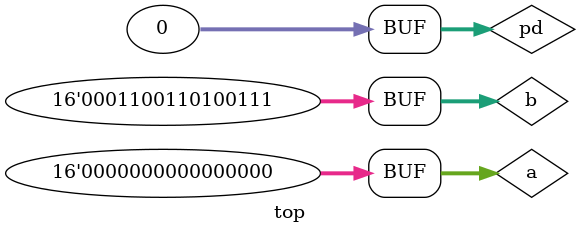
<source format=v>
`include "dadda.v"

module top;

	reg [15:0] a,b;
	wire [31:0]product;
	reg [31:0]pd;

	dadda mult (a,b,product);

	always @*
		pd=a*b;

	initial
	begin
		$dumpfile("dadda.vcd");
		$dumpvars;
		$monitor("%t   dadda: %d    multiplication: %d",$time,product,pd);
		a=16'd285;b=16'd988;
		#5 a=16'd1642;b=16'd1654;
		#5 a=16'hff;b=16'haa;
		#5 a=16'd187;b=16'd842;
		#5 a=16'd0;b=16'd6567;
	end

endmodule
</source>
